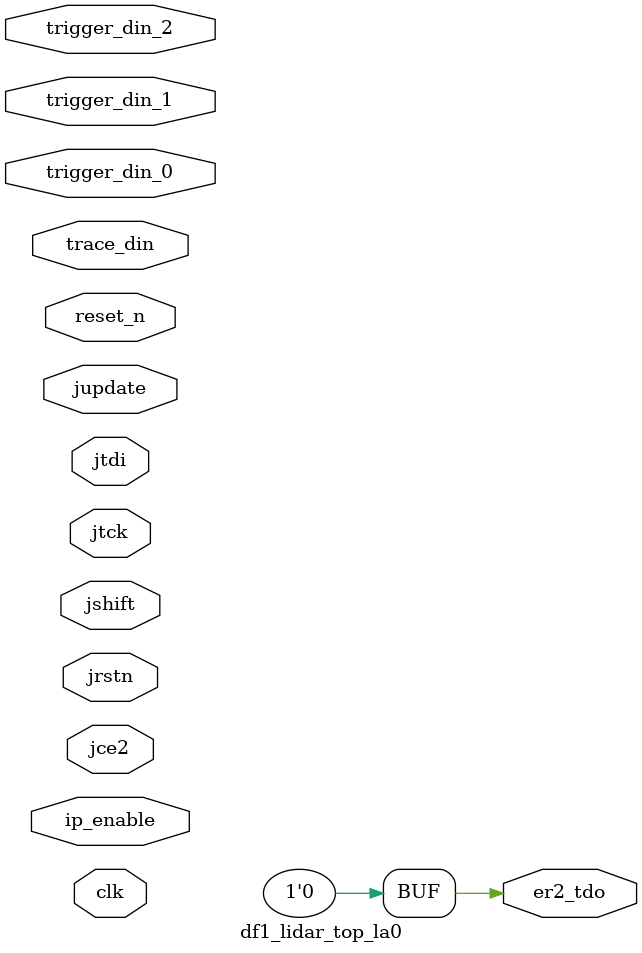
<source format=v>

/* WARNING - Changes to this file should be performed by re-running IPexpress
or modifying the .LPC file and regenerating the core.  Other changes may lead
to inconsistent simulation and/or implemenation results */

module df1_lidar_top_la0 (
    clk,
    reset_n,
    jtck,
    jrstn,
    jce2,
    jtdi,
    er2_tdo,
    jshift,
    jupdate,
    trigger_din_0,
    trigger_din_1,
    trigger_din_2,
    trace_din,
    ip_enable
);

// PARAMETERS DEFINED BY USER
localparam NUM_TRACE_SIGNALS   = 269;
localparam NUM_TRIGGER_SIGNALS = 33;
localparam INCLUDE_TRIG_DATA   = 0;
localparam NUM_TU_BITS_0       = 1;
localparam NUM_TU_BITS_1       = 16;
localparam NUM_TU_BITS_2       = 16;

input  clk;
input  reset_n;
input  jtck;
input  jrstn;
input  jce2;
input  jtdi;
output er2_tdo;
input  jshift;
input  jupdate;
input  [NUM_TU_BITS_0 -1:0] trigger_din_0;
input  [NUM_TU_BITS_1 -1:0] trigger_din_1;
input  [NUM_TU_BITS_2 -1:0] trigger_din_2;
input  [NUM_TRACE_SIGNALS + (NUM_TRIGGER_SIGNALS * INCLUDE_TRIG_DATA) -1:0] trace_din;
input  ip_enable;

assign er2_tdo = 1'b0;

endmodule

</source>
